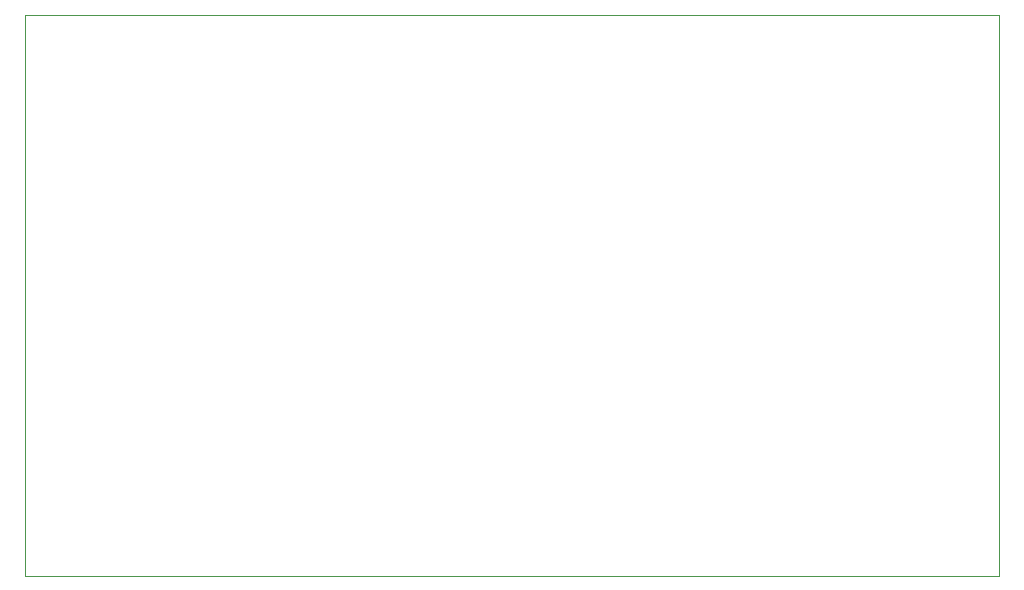
<source format=gbr>
%TF.GenerationSoftware,KiCad,Pcbnew,(5.1.6)-1*%
%TF.CreationDate,2021-03-22T21:05:39-07:00*%
%TF.ProjectId,TSA Location Tracker,54534120-4c6f-4636-9174-696f6e205472,rev?*%
%TF.SameCoordinates,Original*%
%TF.FileFunction,Profile,NP*%
%FSLAX46Y46*%
G04 Gerber Fmt 4.6, Leading zero omitted, Abs format (unit mm)*
G04 Created by KiCad (PCBNEW (5.1.6)-1) date 2021-03-22 21:05:39*
%MOMM*%
%LPD*%
G01*
G04 APERTURE LIST*
%TA.AperFunction,Profile*%
%ADD10C,0.050000*%
%TD*%
G04 APERTURE END LIST*
D10*
X65000000Y-92500000D02*
X65000000Y-45000000D01*
X147500000Y-92500000D02*
X65000000Y-92500000D01*
X147500000Y-45000000D02*
X147500000Y-92500000D01*
X65000000Y-45000000D02*
X147500000Y-45000000D01*
M02*

</source>
